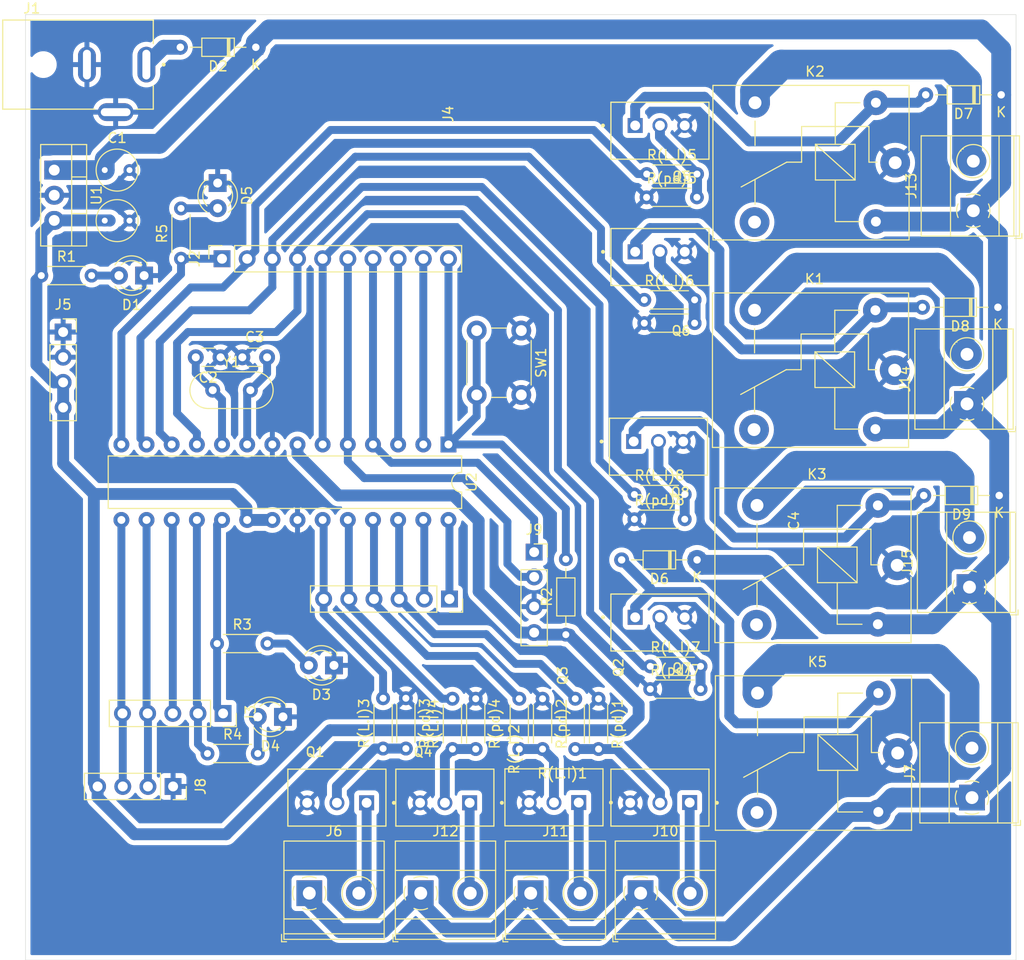
<source format=kicad_pcb>
(kicad_pcb (version 20240108) (generator "pcbnew") (generator_version "8.0")
  (layers (0 "F.Cu" signal) (31 "B.Cu" signal) (34 "B.Paste" user) (35 "F.Paste" user) (36 "B.SilkS" user "B.Silkscreen") (37 "F.SilkS" user "F.Silkscreen") (38 "B.Mask" user) (39 "F.Mask" user) (44 "Edge.Cuts" user))
  (net 0 "")
  (net 1 "GND")
  (net 2 "+12V")
  (net 3 "Net-(U2-XTAL2{slash}PB7)")
  (net 4 "Net-(U2-XTAL1{slash}PB6)")
  (net 5 "+5V")
  (net 6 "Net-(D1-A)")
  (net 7 "Net-(D2-A)")
  (net 8 "Net-(D3-A)")
  (net 9 "Net-(D4-A)")
  (net 10 "Net-(D5-A)")
  (net 11 "Net-(D6-A)")
  (net 12 "Net-(D7-A)")
  (net 13 "Net-(D8-A)")
  (net 14 "Net-(D9-A)")
  (net 15 "/1(TX)")
  (net 16 "/5~")
  (net 17 "/4")
  (net 18 "/0(RX)")
  (net 19 "/2")
  (net 20 "/6~")
  (net 21 "/3~")
  (net 22 "/7")
  (net 23 "/12")
  (net 24 "/10~")
  (net 25 "/8")
  (net 26 "/11~")
  (net 27 "/13")
  (net 28 "/9~")
  (net 29 "/A3")
  (net 30 "/A2")
  (net 31 "/A5")
  (net 32 "/A4")
  (net 33 "/A0")
  (net 34 "/A1")
  (net 35 "/Res")
  (net 36 "Net-(J6-Pin_2)")
  (net 37 "Net-(J7-Pin_2)")
  (net 38 "Net-(J10-Pin_2)")
  (net 39 "Net-(J11-Pin_2)")
  (net 40 "Net-(J12-Pin_2)")
  (net 41 "Net-(J13-Pin_2)")
  (net 42 "Net-(J14-Pin_2)")
  (net 43 "Net-(J15-Pin_2)")
  (net 44 "Net-(Q1-G)")
  (net 45 "Net-(Q2-G)")
  (net 46 "Net-(Q3-G)")
  (net 47 "Net-(Q4-G)")
  (net 48 "Net-(Q5-B)")
  (net 49 "Net-(Q6-B)")
  (net 50 "Net-(Q7-B)")
  (net 51 "Net-(Q8-B)")
  (footprint "TerminalBlock_Phoenix:TerminalBlock_Phoenix_MKDS-1,5-2_1x02_P5.00mm_Horizontal" (layer "F.Cu") (at 90.1 138.65)
    (property "Reference" "J12")
    (property "Value" "Screw_Terminal_01x02")
  )
  (footprint "Resistor_THT:R_Axial_DIN0204_L3.6mm_D1.6mm_P5.08mm_Horizontal" (layer "F.Cu") (at 93.3 124.1 90)
    (property "Reference" "R(L.I)4")
    (property "Value" "100")
  )
  (footprint "Diode_THT:D_DO-34_SOD68_P7.62mm_Horizontal" (layer "F.Cu") (at 148.37 79.5 180)
    (property "Reference" "D8")
    (property "Value" "D")
  )
  (footprint "Resistor_THT:R_Axial_DIN0204_L3.6mm_D1.6mm_P5.08mm_Horizontal" (layer "F.Cu") (at 113.27 115.75)
    (property "Reference" "R(L.I)7")
    (property "Value" "1k")
  )
  (footprint "Resistor_THT:R_Axial_DIN0204_L3.6mm_D1.6mm_P5.08mm_Horizontal" (layer "F.Cu") (at 88.6 118.97 -90)
    (property "Reference" "R(pd)3")
    (property "Value" "1k")
  )
  (footprint "TerminalBlock_Phoenix:TerminalBlock_Phoenix_MKDS-1,5-2_1x02_P5.00mm_Horizontal" (layer "F.Cu") (at 101.2 138.655)
    (property "Reference" "J11")
    (property "Value" "Screw_Terminal_01x02")
  )
  (footprint "LED_THT:LED_D3.0mm" (layer "F.Cu") (at 76.19 120.85 180)
    (property "Reference" "D4")
    (property "Value" "LED")
  )
  (footprint "Resistor_THT:R_Axial_DIN0204_L3.6mm_D1.6mm_P5.08mm_Horizontal" (layer "F.Cu") (at 95.65 119.02 -90)
    (property "Reference" "R(pd)4")
    (property "Value" "1k")
  )
  (footprint "TerminalBlock_Phoenix:TerminalBlock_Phoenix_MKDS-1,5-2_1x02_P5.00mm_Horizontal" (layer "F.Cu") (at 112.3 138.65)
    (property "Reference" "J10")
    (property "Value" "Screw_Terminal_01x02")
  )
  (footprint "Diode_THT:D_DO-34_SOD68_P7.62mm_Horizontal" (layer "F.Cu") (at 148.5 98.5 180)
    (property "Reference" "D9")
    (property "Value" "D")
  )
  (footprint "LED_THT:LED_D3.0mm" (layer "F.Cu") (at 81.34 115.65 180)
    (property "Reference" "D3")
    (property "Value" "LED")
  )
  (footprint "B3B-XH-A_LF__SN_:JST_B3B-XH-A_LF__SN_" (layer "F.Cu") (at 114.25 61.675 180)
    (property "Reference" "Q5")
    (property "Value" "NPN")
  )
  (footprint "Diode_THT:D_DO-34_SOD68_P7.62mm_Horizontal" (layer "F.Cu") (at 118 105 180)
    (property "Reference" "D6")
    (property "Value" "D" (hide yes))
  )
  (footprint "Connector_PinSocket_2.54mm:PinSocket_1x05_P2.54mm_Vertical" (layer "F.Cu") (at 70.15 120.5 -90)
    (property "Reference" "J3")
    (property "Value" "Conn_01x05_Socket")
  )
  (footprint "Resistor_THT:R_Axial_DIN0204_L3.6mm_D1.6mm_P5.08mm_Horizontal" (layer "F.Cu") (at 102.4 119.02 -90)
    (property "Reference" "R(pd)2")
    (property "Value" "1k")
  )
  (footprint "Relay_THT:Relay_SPDT_SANYOU_SRD_Series_Form_C" (layer "F.Cu") (at 138.25 124.5 180)
    (property "Reference" "K5")
    (property "Value" "SANYOU_SRD_Form_C")
  )
  (footprint "Resistor_THT:R_Axial_DIN0204_L3.6mm_D1.6mm_P5.08mm_Horizontal" (layer "F.Cu") (at 112.9 68.4)
    (property "Reference" "R(pd)5")
    (property "Value" "10 k")
  )
  (footprint "TerminalBlock_Phoenix:TerminalBlock_Phoenix_MKDS-1,5-2_1x02_P5.00mm_Horizontal" (layer "F.Cu") (at 145.885 69.75 90)
    (property "Reference" "J13")
    (property "Value" "Screw_Terminal_01x02")
  )
  (footprint "Resistor_THT:R_Axial_DIN0204_L3.6mm_D1.6mm_P5.08mm_Horizontal" (layer "F.Cu") (at 100.05 124.1 90)
    (property "Reference" "R(L.I)2")
    (property "Value" "100")
  )
  (footprint "B3B-XH-A_LF__SN_:JST_B3B-XH-A_LF__SN_" (layer "F.Cu") (at 114.25 111.325 180)
    (property "Reference" "Q7")
    (property "Value" "NPN")
  )
  (footprint "B3B-XH-A_LF__SN_:JST_B3B-XH-A_LF__SN_" (layer "F.Cu") (at 114.25 129)
    (property "Reference" "Q2")
    (property "Value" "NMOS")
  )
  (footprint "Relay_THT:Relay_SPDT_SANYOU_SRD_Series_Form_C" (layer "F.Cu") (at 137.95 85.85 180)
    (property "Reference" "K1")
    (property "Value" "SANYOU_SRD_Form_C")
  )
  (footprint "Crystal:Crystal_HC52-6mm_Vertical" (layer "F.Cu") (at 69.1 87.87)
    (property "Reference" "Y1")
    (property "Value" "Crystal")
  )
  (footprint "LED_THT:LED_D3.0mm" (layer "F.Cu") (at 69.6 66.96 -90)
    (property "Reference" "D5")
    (property "Value" "LED")
  )
  (footprint "Capacitor_THT:C_Disc_D3.0mm_W1.6mm_P2.50mm" (layer "F.Cu") (at 69.89 84.55 180)
    (property "Reference" "C2")
    (property "Value" "22 pf")
  )
  (footprint "Resistor_THT:R_Axial_DIN0204_L3.6mm_D1.6mm_P5.08mm_Horizontal" (layer "F.Cu") (at 69.54 113.45)
    (property "Reference" "R3")
    (property "Value" "250")
  )
  (footprint "Resistor_THT:R_Axial_DIN0204_L3.6mm_D1.6mm_P5.08mm_Horizontal" (layer "F.Cu") (at 86.3 124.05 90)
    (property "Reference" "R(L.I)3")
    (property "Value" "100")
  )
  (footprint "Resistor_THT:R_Axial_DIN0204_L3.6mm_D1.6mm_P5.08mm_Horizontal" (layer "F.Cu") (at 112.67 78.75)
    (property "Reference" "R(L.I)6")
    (property "Value" "1k")
  )
  (footprint "TerminalBlock_Phoenix:TerminalBlock_Phoenix_MKDS-1,5-2_1x02_P5.00mm_Horizontal" (layer "F.Cu") (at 145.25 89.25 90)
    (property "Reference" "J14")
    (property "Value" "Screw_Terminal_01x02" (hide yes))
  )
  (footprint "PJ-059A:CUI_PJ-059A" (layer "F.Cu") (at 62.4 55)
    (property "Reference" "J1")
    (property "Value" "PJ-059A")
  )
  (footprint "TerminalBlock_Phoenix:TerminalBlock_Phoenix_MKDS-1,5-2_1x02_P5.00mm_Horizontal" (layer "F.Cu") (at 78.85 138.65)
    (property "Reference" "J6")
    (property "Value" "Screw_Terminal_01x02" (hide yes))
  )
  (footprint "B3B-XH-A_LF__SN_:JST_B3B-XH-A_LF__SN_" (layer "F.Cu") (at 92.5375 129)
    (property "Reference" "Q4")
    (property "Value" "NMOS")
  )
  (footprint "Resistor_THT:R_Axial_DIN0204_L3.6mm_D1.6mm_P5.08mm_Horizontal" (layer "F.Cu") (at 113.27 118.05)
    (property "Reference" "R(pd)7")
    (property "Value" "10 k")
  )
  (footprint "TerminalBlock_Phoenix:TerminalBlock_Phoenix_MKDS-1,5-2_1x02_P5.00mm_Horizontal" (layer "F.Cu") (at 145.75 129 90)
    (property "Reference" "J7")
    (property "Value" "Screw_Terminal_01x02")
  )
  (footprint "Capacitor_THT:C_Radial_D4.0mm_H5.0mm_P1.50mm" (layer "F.Cu") (at 58.7 70.75)
    (property "Reference" "C4")
    (property "Value" "10 uf")
  )
  (footprint "Connector_PinSocket_2.54mm:PinSocket_1x10_P2.54mm_Vertical" (layer "F.Cu") (at 70.04 74.6 90)
    (property "Reference" "J2")
    (property "Value" "Conn_01x10_Socket")
  )
  (footprint "Resistor_THT:R_Axial_DIN0204_L3.6mm_D1.6mm_P5.08mm_Horizontal" (layer "F.Cu") (at 68.57 124.55)
    (property "Reference" "R4")
    (property "Value" "250")
  )
  (footprint "Resistor_THT:R_Axial_DIN0204_L3.6mm_D1.6mm_P5.08mm_Horizontal" (layer "F.Cu") (at 112.67 81.1)
    (property "Reference" "R(pd)6" (hide yes))
    (property "Value" "10 k")
  )
  (footprint "Relay_THT:Relay_SPDT_SANYOU_SRD_Series_Form_C" (layer "F.Cu") (at 138 64.9 180)
    (property "Reference" "K2")
    (property "Value" "SANYOU_SRD_Form_C")
  )
  (footprint "TerminalBlock_Phoenix:TerminalBlock_Phoenix_MKDS-1,5-2_1x02_P5.00mm_Horizontal" (layer "F.Cu") (at 145.5 107.75 90)
    (property "Reference" "J15")
    (property "Value" "Screw_Terminal_01x02")
  )
  (footprint "Connector_PinSocket_2.54mm:PinSocket_1x04_P2.54mm_Vertical" (layer "F.Cu") (at 101.55 104.72)
    (property "Reference" "J9")
    (property "Value" "Conn_01x04_Socket")
  )
  (footprint "Resistor_THT:R_Axial_DIN0204_L3.6mm_D1.6mm_P7.62mm_Horizontal" (layer "F.Cu") (at 104.75 112.55 90)
    (property "Reference" "R2")
    (property "Value" "10k")
  )
  (footprint "B3B-XH-A_LF__SN_:JST_B3B-XH-A_LF__SN_" (layer "F.Cu") (at 114.1 93.575 180)
    (property "Reference" "Q8")
    (property "Value" "NPN")
  )
  (footprint "Package_TO_SOT_THT:TO-220-3_Vertical" (layer "F.Cu") (at 53.1 65.65 -90)
    (property "Reference" "U1")
    (property "Value" "L7805")
  )
  (footprint "Connector_PinSocket_2.54mm:PinSocket_1x04_P2.54mm_Vertical" (layer "F.Cu") (at 54 82)
    (property "Reference" "J5")
    (property "Value" "Conn_01x04_Socket" (hide yes))
  )
  (footprint "Resistor_THT:R_Axial_DIN0204_L3.6mm_D1.6mm_P5.08mm_Horizontal" (layer "F.Cu") (at 51.795 76.3)
    (property "Reference" "R1")
    (property "Value" "250")
  )
  (footprint "Resistor_THT:R_Axial_DIN0204_L3.6mm_D1.6mm_P5.08mm_Horizontal" (layer "F.Cu") (at 65.9 74.6 90)
    (property "Reference" "R5")
    (property "Value" "250")
  )
  (footprint "Resistor_THT:R_Axial_DIN0204_L3.6mm_D1.6mm_P5.08mm_Horizontal" (layer "F.Cu") (at 111.67 100.9)
    (property "Reference" "R(pd)8")
    (property "Value" "10 k")
  )
  (footprint "Capacitor_THT:C_Radial_D4.0mm_H5.0mm_P1.50mm" (layer "F.Cu") (at 58.7 65.65)
    (property "Reference" "C1")
    (property "Value" "10 uf")
  )
  (footprint "Resistor_THT:R_Axial_DIN0204_L3.6mm_D1.6mm_P5.08mm_Horizontal" (layer "F.Cu") (at 112.915 66.05)
    (property "Reference" "R(L.I)5")
    (property "Value" "1k")
  )
  (footprint "Resistor_THT:R_Axial_DIN0204_L3.6mm_D1.6mm_P5.08mm_Horizontal" (layer "F.Cu") (at 105.7 124.1 90)
    (property "Reference" "R(L.I)1")
    (property "Value" "100")
  )
  (footprint "B3B-XH-A_LF__SN_:JST_B3B-XH-A_LF__SN_" (layer "F.Cu") (at 81.6375 129)
    (property "Reference" "Q1")
    (property "Value" "NMOS")
  )
  (footprint "Diode_THT:D_DO-34_SOD68_P7.62mm_Horizontal" (layer "F.Cu") (at 73.45 53.25 180)
    (property "Reference" "D2")
    (property "Value" "D")
  )
  (footprint "Connector_PinSocket_2.54mm:PinSocket_1x06_P2.54mm_Vertical" (layer "F.Cu") (at 93 108.95 -90)
    (property "Reference" "J4")
    (property "Value" "Conn_01x06_Socket")
  )
  (footprint "Diode_THT:D_DO-34_SOD68_P7.62mm_Horizontal" (layer "F.Cu") (at 148.7 58.05 180)
    (property "Reference" "D7")
    (property "Value" "D")
  )
  (footprint "B3B-XH-A_LF__SN_:JST_B3B-XH-A_LF__SN_" (layer "F.Cu") (at 114.25 74.425 180)
    (property "Reference" "Q6")
    (property "Value" "NPN" (hide yes))
  )
  (footprint "Button_Switch_THT:SW_PUSH_6mm" (layer "F.Cu") (at 100.25 81.85 -90)
    (property "Reference" "SW1")
    (property "Value" "SW_Push")
  )
  (footprint "Relay_THT:Relay_SPDT_SANYOU_SRD_Series_Form_C" (layer "F.Cu") (at 138.2 105.55 180)
    (property "Reference" "K3")
    (property "Value" "SANYOU_SRD_Form_C")
  )
  (footprint "Package_DIP:DIP-28_W7.62mm" (layer "F.Cu") (at 92.9 93.35 -90)
    (property "Reference" "U2")
    (property "Value" "ATmega328P-P")
  )
  (footprint "Connector_PinSocket_2.54mm:PinSocket_1x04_P2.54mm_Vertical" (layer "F.Cu") (at 65.1 127.875 -90)
    (property "Reference" "J8")
    (property "Value" "Conn_01x04_Socket")
  )
  (footprint "Resistor_THT:R_Axial_DIN0204_L3.6mm_D1.6mm_P5.08mm_Horizontal" (layer "F.Cu") (at 108.05 119.02 -90)
    (property "Reference" "R(pd)1")
    (property "Value" "1k")
  )
  (footprint "B3B-XH-A_LF__SN_:JST_B3B-XH-A_LF__SN_" (layer "F.Cu") (at 103.55 128.975)
    (property "Reference" "Q3")
    (property "Value" "NMOS")
  )
  (footprint "Capacitor_THT:C_Disc_D3.0mm_W1.6mm_P2.50mm" (layer "F.Cu") (at 72.09 84.55)
    (property "Reference" "C3")
    (property "Value" "22 pf")
  )
  (footprint "Resistor_THT:R_Axial_DIN0204_L3.6mm_D1.6mm_P5.08mm_Horizontal" (layer "F.Cu") (at 111.67 98.4)
    (property "Reference" "R(L.I)8")
    (property "Value" "1k")
  )
  (footprint "LED_THT:LED_D3.0mm" (layer "F.Cu") (at 62.175 76.3 180)
    (property "Reference" "D1")
    (property "Value" "LED")
  )
  (gr_rect (start 50.2 49.95) (end 150.2 145.4) (stroke (width 0.05)) (fill none) (layer "Edge.Cuts"))
  (segment (start 145.885 69.75) (end 148.7 66.935) (width 2) (layer "B.Cu") (net 2))
  (segment (start 148.7 110.95) (end 148.7 126.05) (width 2) (layer "B.Cu") (net 2))
  (segment (start 90.1 139.6375) (end 90.1 138.65) (width 1.5) (layer "B.Cu") (net 2))
  (segment (start 74.8 51.45) (end 73.45 52.8) (width 2) (layer "B.Cu") (net 2))
  (segment (start 101.2 138.655) (end 101.2 138.6625) (width 1.5) (layer "B.Cu") (net 2))
  (segment (start 58.2 64.55) (end 59.75 63) (width 2) (layer "B.Cu") (net 2))
  (segment (start 63.7 63) (end 73.45 53.25) (width 2) (layer "B.Cu") (net 2))
  (segment (start 97.4875 142.375) (end 92.8375 142.375) (width 1.5) (layer "B.Cu") (net 2))
  (segment (start 148.37 79.5) (end 148.37 72.235) (width 2) (layer "B.Cu") (net 2))
  (segment (start 92.8375 142.375) (end 90.1 139.6375) (width 1.5) (layer "B.Cu") (net 2))
  (segment (start 148.37 79.5) (end 148.37 86.13) (width 2) (layer "B.Cu") (net 2))
  (segment (start 104.6875 142.725) (end 101.2 139.2375) (width 1.5) (layer "B.Cu") (net 2))
  (segment (start 137.75 129) (end 136.3 130.45) (width 2) (layer "B.Cu") (net 2))
  (segment (start 148.5 104.75) (end 145.5 107.75) (width 2) (layer "B.Cu") (net 2))
  (segment (start 78.85 139.3375) (end 78.85 138.65) (width 1.5) (layer "B.Cu") (net 2))
  (segment (start 58.2 65.65) (end 53.1 65.65) (width 2) (layer "B.Cu") (net 2))
  (segment (start 101.2 139.2375) (end 101.2 138.655) (width 1.5) (layer "B.Cu") (net 2))
  (segment (start 148.7 53.45) (end 146.7 51.45) (width 2) (layer "B.Cu") (net 2))
  (segment (start 136.25 111.5) (end 141.75 111.5) (width 2) (layer "B.Cu") (net 2))
  (segment (start 133.3 130.45) (end 121.25 142.5) (width 2) (layer "B.Cu") (net 2))
  (segment (start 90.0625 138.65) (end 86.2875 142.425) (width 1.5) (layer "B.Cu") (net 2))
  (segment (start 58.2 65.65) (end 58.2 64.55) (width 2) (layer "B.Cu") (net 2))
  (segment (start 148.5 98.25) (end 148.5 104.75) (width 2) (layer "B.Cu") (net 2))
  (segment (start 148.7 58.05) (end 148.7 53.45) (width 2) (layer "B.Cu") (net 2))
  (segment (start 101.2 138.6625) (end 97.4875 142.375) (width 1.5) (layer "B.Cu") (net 2))
  (segment (start 136 91.8) (end 142.7 91.8) (width 2) (layer "B.Cu") (net 2))
  (segment (start 148.7 66.935) (end 148.7 58.05) (width 2) (layer "B.Cu") (net 2))
  (segment (start 112.1125 138.65) (end 108.0375 142.725) (width 1.5) (layer "B.Cu") (net 2))
  (segment (start 59.75 63) (end 63.7 63) (width 2) (layer "B.Cu") (net 2))
  (segment (start 86.2875 142.425) (end 81.9375 142.425) (width 1.5) (layer "B.Cu") (net 2))
  (segment (start 136.25 111.5) (end 131 111.5) (width 2) (layer "B.Cu") (net 2))
  (segment (start 146.7 51.45) (end 74.8 51.45) (width 2) (layer "B.Cu") (net 2))
  (segment (start 90.1 138.65) (end 90.0625 138.65) (width 1.5) (layer "B.Cu") (net 2))
  (segment (start 148.37 86.13) (end 145.25 89.25) (width 2) (layer "B.Cu") (net 2))
  (segment (start 148.5 98.25) (end 148.5 92.5) (width 2) (layer "B.Cu") (net 2))
  (segment (start 116.15 142.5) (end 112.3 138.65) (width 2) (layer "B.Cu") (net 2))
  (segment (start 112.3 138.65) (end 112.1125 138.65) (width 1.5) (layer "B.Cu") (net 2))
  (segment (start 142.7 91.8) (end 145.25 89.25) (width 2) (layer "B.Cu") (net 2))
  (segment (start 136.3 130.45) (end 133.3 130.45) (width 2) (layer "B.Cu") (net 2))
  (segment (start 144.785 70.85) (end 145.885 69.75) (width 2) (layer "B.Cu") (net 2))
  (segment (start 145.75 129) (end 137.75 129) (width 2) (layer "B.Cu") (net 2))
  (segment (start 125 105.5) (end 118.5 105.5) (width 2) (layer "B.Cu") (net 2))
  (segment (start 145.5 107.75) (end 148.7 110.95) (width 2) (layer "B.Cu") (net 2))
  (segment (start 118.5 105.5) (end 118 105) (width 2) (layer "B.Cu") (net 2))
  (segment (start 81.9375 142.425) (end 78.85 139.3375) (width 1.5) (layer "B.Cu") (net 2))
  (segment (start 136.05 70.85) (end 144.785 70.85) (width 2) (layer "B.Cu") (net 2))
  (segment (start 148.7 126.05) (end 145.75 129) (width 2) (layer "B.Cu") (net 2))
  (segment (start 148.37 72.235) (end 145.885 69.75) (width 2) (layer "B.Cu") (net 2))
  (segment (start 108.0375 142.725) (end 104.6875 142.725) (width 1.5) (layer "B.Cu") (net 2))
  (segment (start 121.25 142.5) (end 116.15 142.5) (width 2) (layer "B.Cu") (net 2))
  (segment (start 131 111.5) (end 125 105.5) (width 2) (layer "B.Cu") (net 2))
  (segment (start 141.75 111.5) (end 145.5 107.75) (width 2) (layer "B.Cu") (net 2))
  (segment (start 73.45 52.8) (end 73.45 53.25) (width 2) (layer "B.Cu") (net 2))
  (segment (start 148.5 92.5) (end 145.25 89.25) (width 2) (layer "B.Cu") (net 2))
  (segment (start 70.04 93.35) (end 70.04 88.81) (width 0.8) (layer "B.Cu") (net 3))
  (segment (start 70.04 88.81) (end 69.1 87.87) (width 0.8) (layer "B.Cu") (net 3))
  (segment (start 67.39 84.55) (end 67.39 86.16) (width 0.8) (layer "B.Cu") (net 3))
  (segment (start 67.39 86.16) (end 69.1 87.87) (width 0.8) (layer "B.Cu") (net 3))
  (segment (start 74.59 86.18) (end 72.9 87.87) (width 0.8) (layer "B.Cu") (net 4))
  (segment (start 74.59 84.55) (end 74.59 86.18) (width 0.8) (layer "B.Cu") (net 4))
  (segment (start 72.58 93.35) (end 72.58 88.19) (width 0.8) (layer "B.Cu") (net 4))
  (segment (start 72.58 88.19) (end 72.9 87.87) (width 0.8) (layer "B.Cu") (net 4))
  (segment (start 51.3 76.795) (end 51.795 76.3) (width 1.2) (layer "B.Cu") (net 5))
  (segment (start 95.95 108.2) (end 100.09 112.34) (width 1.2) (layer "B.Cu") (net 5))
  (segment (start 54 95.25) (end 54 89.62) (width 1.2) (layer "B.Cu") (net 5))
  (segment (start 104.75 112.55) (end 105.05 112.55) (width 1.2) (layer "B.Cu") (net 5))
  (segment (start 101.76 112.55) (end 101.55 112.34) (width 1.2) (layer "B.Cu") (net 5))
  (segment (start 112.1 119.6) (end 112.1 120.85) (width 1.2) (layer "B.Cu") (net 5))
  (segment (start 77.66 93.35) (end 77.66 94.36) (width 1.2) (layer "B.Cu") (net 5))
  (segment (start 105.05 112.55) (end 112.1 119.6) (width 1.2) (layer "B.Cu") (net 5))
  (segment (start 57.48 127.875) (end 57.1 127.495) (width 1.2) (layer "B.Cu") (net 5))
  (segment (start 53.08 87.08) (end 51.3 85.3) (width 1.2) (layer "B.Cu") (net 5))
  (segment (start 104.75 112.55) (end 101.76 112.55) (width 1.2) (layer "B.Cu") (net 5))
  (segment (start 81.8 98.5) (end 93.4 98.5) (width 1.2) (layer "B.Cu") (net 5))
  (segment (start 72.5 100.89) (end 72.5 99.75) (width 1.2) (layer "B.Cu") (net 5))
  (segment (start 57.1 98.35) (end 54 95.25) (width 1.2) (layer "B.Cu") (net 5))
  (segment (start 51.795 76.3) (end 51.795 72.035) (width 1.2) (layer "B.Cu") (net 5))
  (segment (start 51.3 85.3) (end 51.3 76.795) (width 1.2) (layer "B.Cu") (net 5))
  (segment (start 58.68 70.73) (end 58.7 70.75) (width 1.2) (layer "B.Cu") (net 5))
  (segment (start 72.5 99.75) (end 71.1 98.35) (width 1.2) (layer "B.Cu") (net 5))
  (segment (start 80.95 122.2) (end 70.45 132.7) (width 1.2) (layer "B.Cu") (net 5))
  (segment (start 57.48 128.98) (end 57.48 127.875) (width 1.2) (layer "B.Cu") (net 5))
  (segment (start 112.1 120.85) (end 110.75 122.2) (width 1.2) (layer "B.Cu") (net 5))
  (segment (start 61.2 132.7) (end 57.48 128.98) (width 1.2) (layer "B.Cu") (net 5))
  (segment (start 93.4 98.5) (end 95.95 101.05) (width 1.2) (layer "B.Cu") (net 5))
  (segment (start 54 87.08) (end 53.08 87.08) (width 1.2) (layer "B.Cu") (net 5))
  (segment (start 95.95 101.05) (end 95.95 108.2) (width 1.2) (layer "B.Cu") (net 5))
  (segment (start 104.75 112.55) (end 105.15 112.55) (width 1.2) (layer "B.Cu") (net 5))
  (segment (start 51.795 72.035) (end 53.1 70.73) (width 1.2) (layer "B.Cu") (net 5))
  (segment (start 71.1 98.35) (end 57.1 98.35) (width 1.2) (layer "B.Cu") (net 5))
  (segment (start 54 89.62) (end 54 87.08) (width 1.2) (layer "B.Cu") (net 5))
  (segment (start 70.45 132.7) (end 61.2 132.7) (width 1.2) (layer "B.Cu") (net 5))
  (segment (start 100.09 112.34) (end 101.55 112.34) (width 1.2) (layer "B.Cu") (net 5))
  (segment (start 110.75 122.2) (end 80.95 122.2) (width 1.2) (layer "B.Cu") (net 5))
  (segment (start 77.66 94.36) (end 81.8 98.5) (width 1.2) (layer "B.Cu") (net 5))
  (segment (start 75.12 100.97) (end 72.58 100.97) (width 1.2) (layer "B.Cu") (net 5))
  (segment (start 53.1 70.73) (end 58.68 70.73) (width 1.2) (layer "B.Cu") (net 5))
  (segment (start 57.1 127.495) (end 57.1 98.35) (width 1.2) (layer "B.Cu") (net 5))
  (segment (start 72.58 100.97) (end 72.5 100.89) (width 1.2) (layer "B.Cu") (net 5))
  (segment (start 56.875 76.3) (end 59.635 76.3) (width 0.8) (layer "B.Cu") (net 6))
  (segment (start 65.83 53.25) (end 64.15 53.25) (width 1.5) (layer "B.Cu") (net 7))
  (segment (start 64.15 53.25) (end 62.4 55) (width 1.5) (layer "B.Cu") (net 7))
  (segment (start 74.62 113.45) (end 76.6 113.45) (width 0.8) (layer "B.Cu") (net 8))
  (segment (start 76.6 113.45) (end 78.8 115.65) (width 0.8) (layer "B.Cu") (net 8))
  (segment (start 73.65 120.85) (end 73.65 124.55) (width 0.8) (layer "B.Cu") (net 9))
  (segment (start 69.6 69.5) (end 65.92 69.5) (width 0.8) (layer "B.Cu") (net 10))
  (segment (start 65.92 69.5) (end 65.9 69.52) (width 0.8) (layer "B.Cu") (net 10))
  (segment (start 133.25 121.5) (end 136.3 118.45) (width 1) (layer "B.Cu") (net 11))
  (segment (start 113.25 108.25) (end 118.25 108.25) (width 1) (layer "B.Cu") (net 11))
  (segment (start 111.75 110.8) (end 111.75 109.75) (width 1) (layer "B.Cu") (net 11))
  (segment (start 111.75 109.75) (end 113.25 108.25) (width 1) (layer "B.Cu") (net 11))
  (segment (start 121.25 120.75) (end 122 121.5) (width 1) (layer "B.Cu") (net 11))
  (segment (start 113.25 108.25) (end 113.25 107.87) (width 1) (layer "B.Cu") (net 11))
  (segment (start 122 121.5) (end 133.25 121.5) (width 1) (layer "B.Cu") (net 11))
  (segment (start 121.25 111.25) (end 121.25 120.75) (width 1) (layer "B.Cu") (net 11))
  (segment (start 113.25 107.87) (end 110.38 105) (width 1) (layer "B.Cu") (net 11))
  (segment (start 118.25 108.25) (end 121.25 111.25) (width 1) (layer "B.Cu") (net 11))
  (segment (start 112.75 58.25) (end 111.75 59.25) (width 1) (layer "B.Cu") (net 12))
  (segment (start 136.05 58.95) (end 132.25 62.75) (width 1) (layer "B.Cu") (net 12))
  (segment (start 118.75 58.25) (end 112.75 58.25) (width 1) (layer "B.Cu") (net 12))
  (segment (start 132.25 62.75) (end 123.25 62.75) (width 1) (layer "B.Cu") (net 12))
  (segment (start 136.05 58.85) (end 140.28 58.85) (width 1) (layer "B.Cu") (net 12))
  (segment (start 123.25 62.75) (end 118.75 58.25) (width 1) (layer "B.Cu") (net 12))
  (segment (start 140.28 58.85) (end 141.08 58.05) (width 1) (layer "B.Cu") (net 12))
  (segment (start 136.05 58.85) (end 136.05 58.95) (width 1) (layer "B.Cu") (net 12))
  (segment (start 111.75 59.25) (end 111.75 61.15) (width 1) (layer "B.Cu") (net 12))
  (segment (start 120.25 73.75) (end 120.25 81.5) (width 1) (layer "B.Cu") (net 13))
  (segment (start 120.25 81.5) (end 122.5 83.75) (width 1) (layer "B.Cu") (net 13))
  (segment (start 118 71.5) (end 120.25 73.75) (width 1) (layer "B.Cu") (net 13))
  (segment (start 132.05 83.75) (end 136 79.8) (width 1) (layer "B.Cu") (net 13))
  (segment (start 136.3 79.5) (end 136 79.8) (width 1) (layer "B.Cu") (net 13))
  (segment (start 140.75 79.5) (end 136.3 79.5) (width 1) (layer "B.Cu") (net 13))
  (segment (start 111.75 73) (end 113.25 71.5) (width 1) (layer "B.Cu") (net 13))
  (segment (start 111.75 73.9) (end 111.75 73) (width 1) (layer "B.Cu") (net 13))
  (segment (start 113.25 71.5) (end 118 71.5) (width 1) (layer "B.Cu") (net 13))
  (segment (start 122.5 83.75) (end 132.05 83.75) (width 1) (layer "B.Cu") (net 13))
  (segment (start 121.75 102.75) (end 119.75 100.75) (width 1) (layer "B.Cu") (net 14))
  (segment (start 112.5 91) (end 111.6 91.9) (width 1) (layer "B.Cu") (net 14))
  (segment (start 136.25 99.5) (end 133 102.75) (width 1) (layer "B.Cu") (net 14))
  (segment (start 136.25 99.5) (end 139.88 99.5) (width 1) (layer "B.Cu") (net 14))
  (segment (start 111.6 91.9) (end 111.6 93.05) (width 1) (layer "B.Cu") (net 14))
  (segment (start 119.75 100.75) (end 119.75 92.5) (width 1) (layer "B.Cu") (net 14))
  (segment (start 118.25 91) (end 112.5 91) (width 1) (layer "B.Cu") (net 14))
  (segment (start 119.75 92.5) (end 118.25 91) (width 1) (layer "B.Cu") (net 14))
  (segment (start 133 102.75) (end 121.75 102.75) (width 1) (layer "B.Cu") (net 14))
  (segment (start 139.88 99.5) (end 140.88 98.5) (width 1) (layer "B.Cu") (net 14))
  (segment (start 87.82 74.6) (end 87.82 93.35) (width 0.8) (layer "B.Cu") (net 15))
  (segment (start 84.15 67.35) (end 77.66 73.84) (width 0.8) (layer "B.Cu") (net 16))
  (segment (start 108.15 94.95) (end 108.15 79.25) (width 0.8) (layer "B.Cu") (net 16))
  (segment (start 75.5 82) (end 77.66 79.84) (width 0.8) (layer "B.Cu") (net 16))
  (segment (start 108.15 79.25) (end 96.25 67.35) (width 0.8) (layer "B.Cu") (net 16))
  (segment (start 96.25 67.35) (end 84.15 67.35) (width 0.8) (layer "B.Cu") (net 16))
  (segment (start 65.5 90.2) (end 65.5 83.1) (width 0.8) (layer "B.Cu") (net 16))
  (segment (start 66.6 82) (end 75.5 82) (width 0.8) (layer "B.Cu") (net 16))
  (segment (start 77.66 79.84) (end 77.66 74.6) (width 0.8) (layer "B.Cu") (net 16))
  (segment (start 65.5 83.1) (end 66.6 82) (width 0.8) (layer "B.Cu") (net 16))
  (segment (start 67.5 93.35) (end 67.5 92.2) (width 0.8) (layer "B.Cu") (net 16))
  (segment (start 67.5 92.2) (end 65.5 90.2) (width 0.8) (layer "B.Cu") (net 16))
  (segment (start 77.66 73.84) (end 77.66 74.6) (width 0.8) (layer "B.Cu") (net 16))
  (segment (start 111.6 98.4) (end 108.15 94.95) (width 0.8) (layer "B.Cu") (net 16))
  (segment (start 80.2 74.6) (end 80.2 93.35) (width 0.8) (layer "B.Cu") (net 17))
  (segment (start 107.2 110.35) (end 107.2 99.1) (width 0.8) (layer "B.Cu") (net 17))
  (segment (start 94.25 70.1) (end 84.7 70.1) (width 0.8) (layer "B.Cu") (net 17))
  (segment (start 107.2 99.1) (end 103.95 95.85) (width 0.8) (layer "B.Cu") (net 17))
  (segment (start 84.7 70.1) (end 80.2 74.6) (width 0.8) (layer "B.Cu") (net 17))
  (segment (start 112.6 115.75) (end 107.2 110.35) (width 0.8) (layer "B.Cu") (net 17))
  (segment (start 103.95 95.85) (end 103.95 79.8) (width 0.8) (layer "B.Cu") (net 17))
  (segment (start 103.95 79.8) (end 94.25 70.1) (width 0.8) (layer "B.Cu") (net 17))
  (segment (start 113.27 115.75) (end 112.6 115.75) (width 0.8) (layer "B.Cu") (net 17))
  (segment (start 90.36 93.35) (end 90.36 74.6) (width 0.8) (layer "B.Cu") (net 18))
  (segment (start 101.55 104.22) (end 101.55 100.9) (width 0.8) (layer "B.Cu") (net 19))
  (segment (start 101.55 100.9) (end 95.85 95.2) (width 0.8) (layer "B.Cu") (net 19))
  (segment (start 85.28 93.35) (end 85.28 74.6) (width 0.8) (layer "B.Cu") (net 19))
  (segment (start 95.85 95.2) (end 87.13 95.2) (width 0.8) (layer "B.Cu") (net 19))
  (segment (start 87.13 95.2) (end 85.28 93.35) (width 0.8) (layer "B.Cu") (net 19))
  (segment (start 75.12 72.68) (end 83.5 64.3) (width 0.8) (layer "B.Cu") (net 20))
  (segment (start 108.3 74.8) (end 112.25 78.75) (width 0.8) (layer "B.Cu") (net 20))
  (segment (start 83.5 64.3) (end 101 64.3) (width 0.8) (layer "B.Cu") (net 20))
  (segment (start 112.25 78.75) (end 112.67 78.75) (width 0.8) (layer "B.Cu") (net 20))
  (segment (start 75.12 74.6) (end 75.12 72.68) (width 0.8) (layer "B.Cu") (net 20))
  (segment (start 108.3 71.6) (end 108.3 74.8) (width 0.8) (layer "B.Cu") (net 20))
  (segment (start 63.75 92.14) (end 64.96 93.35) (width 0.8) (layer "B.Cu") (net 20))
  (segment (start 75.12 77.48) (end 72.8 79.8) (width 0.8) (layer "B.Cu") (net 20))
  (segment (start 72.8 79.8) (end 66.95 79.8) (width 0.8) (layer "B.Cu") (net 20))
  (segment (start 63.75 83) (end 63.75 92.14) (width 0.8) (layer "B.Cu") (net 20))
  (segment (start 75.12 74.6) (end 75.12 77.48) (width 0.8) (layer "B.Cu") (net 20))
  (segment (start 66.95 79.8) (end 63.75 83) (width 0.8) (layer "B.Cu") (net 20))
  (segment (start 101 64.3) (end 108.3 71.6) (width 0.8) (layer "B.Cu") (net 20))
  (segment (start 98.85 101.15) (end 98.85 105.4) (width 0.8) (layer "B.Cu") (net 21))
  (segment (start 94.45 96.75) (end 98.85 101.15) (width 0.8) (layer "B.Cu") (net 21))
  (segment (start 98.85 105.4) (end 100.17 106.72) (width 0.8) (layer "B.Cu") (net 21))
  (segment (start 100.17 106.72) (end 101.55 106.72) (width 0.8) (layer "B.Cu") (net 21))
  (segment (start 84.4 96.75) (end 94.45 96.75) (width 0.8) (layer "B.Cu") (net 21))
  (segment (start 82.74 95.09) (end 84.4 96.75) (width 0.8) (layer "B.Cu") (net 21))
  (segment (start 82.74 93.35) (end 82.74 95.09) (width 0.8) (layer "B.Cu") (net 21))
  (segment (start 82.74 74.6) (end 82.74 93.35) (width 0.8) (layer "B.Cu") (net 21))
  (segment (start 61.8 82.6) (end 61.8 92.73) (width 0.8) (layer "B.Cu") (net 22))
  (segment (start 72.58 75.06) (end 70.14 77.5) (width 0.8) (layer "B.Cu") (net 22))
  (segment (start 66.9 77.5) (end 61.8 82.6) (width 0.8) (layer "B.Cu") (net 22))
  (segment (start 112.915 66.05) (end 112 66.05) (width 0.8) (layer "B.Cu") (net 22))
  (segment (start 81 61.6) (end 73.4 69.2) (width 0.8) (layer "B.Cu") (net 22))
  (segment (start 61.8 92.73) (end 62.42 93.35) (width 0.8) (layer "B.Cu") (net 22))
  (segment (start 73.4 69.2) (end 73.4 73.78) (width 0.8) (layer "B.Cu") (net 22))
  (segment (start 107.55 61.6) (end 81 61.6) (width 0.8) (layer "B.Cu") (net 22))
  (segment (start 112 66.05) (end 107.55 61.6) (width 0.8) (layer "B.Cu") (net 22))
  (segment (start 72.58 74.6) (end 72.58 75.06) (width 0.8) (layer "B.Cu") (net 22))
  (segment (start 73.4 73.78) (end 72.58 74.6) (width 0.8) (layer "B.Cu") (net 22))
  (segment (start 70.14 77.5) (end 66.9 77.5) (width 0.8) (layer "B.Cu") (net 22))
  (segment (start 67.5 119.5) (end 67.5 100.97) (width 0.8) (layer "B.Cu") (net 23))
  (segment (start 68.57 124.55) (end 67.61 123.59) (width 0.8) (layer "B.Cu") (net 23))
  (segment (start 67.61 120.5) (end 67.61 119.61) (width 0.8) (layer "B.Cu") (net 23))
  (segment (start 67.61 123.59) (end 67.61 120.5) (width 0.8) (layer "B.Cu") (net 23))
  (segment (start 67.61 119.61) (end 67.5 119.5) (width 0.8) (layer "B.Cu") (net 23))
  (segment (start 62.56 127.875) (end 62.56 120.53) (width 0.8) (layer "B.Cu") (net 24))
  (segment (start 62.42 120.39) (end 62.53 120.5) (width 0.8) (layer "B.Cu") (net 24))
  (segment (start 62.56 120.53) (end 62.53 120.5) (width 0.8) (layer "B.Cu") (net 24))
  (segment (start 62.42 100.97) (end 62.42 120.39) (width 0.8) (layer "B.Cu") (net 24))
  (segment (start 65.9 76.15) (end 65.9 74.6) (width 0.8) (layer "B.Cu") (net 25))
  (segment (start 59.88 93.35) (end 59.88 82.17) (width 0.8) (layer "B.Cu") (net 25))
  (segment (start 65.9 74.6) (end 70.04 74.6) (width 0.8) (layer "B.Cu") (net 25))
  (segment (start 59.88 82.17) (end 65.9 76.15) (width 0.8) (layer "B.Cu") (net 25))
  (segment (start 65.07 120.5) (end 65.07 101.08) (width 0.8) (layer "B.Cu") (net 26))
  (segment (start 65.07 101.08) (end 64.96 100.97) (width 0.8) (layer "B.Cu") (net 26))
  (segment (start 70.15 120.5) (end 69.54 119.89) (width 0.8) (layer "B.Cu") (net 27))
  (segment (start 69.54 101.47) (end 70.04 100.97) (width 0.8) (layer "B.Cu") (net 27))
  (segment (start 69.54 119.89) (end 69.54 101.47) (width 0.8) (layer "B.Cu") (net 27))
  (segment (start 59.88 100.97) (end 59.88 120.39) (width 0.8) (layer "B.Cu") (net 28))
  (segment (start 60.02 120.62) (end 60.02 127.875) (width 0.8) (layer "B.Cu") (net 28))
  (segment (start 59.88 120.39) (end 59.99 120.5) (width 0.8) (layer "B.Cu") (net 28))
  (segment (start 59.99 120.5) (end 59.99 120.59) (width 0.8) (layer "B.Cu") (net 28))
  (segment (start 59.99 120.59) (end 60.02 120.62) (width 0.8) (layer "B.Cu") (net 28))
  (segment (start 87.92 108.95) (end 87.92 101.07) (width 0.8) (layer "B.Cu") (net 29))
  (segment (start 99.7 115.5) (end 96.7 112.5) (width 0.8) (layer "B.Cu") (net 29))
  (segment (start 105.7 119.02) (end 102.18 115.5) (width 0.8) (layer "B.Cu") (net 29))
  (segment (start 96.7 112.5) (end 91.5 112.5) (width 0.8) (layer "B.Cu") (net 29))
  (segment (start 91.5 112.5) (end 87.95 108.95) (width 0.8) (layer "B.Cu") (net 29))
  (segment (start 102.18 115.5) (end 99.7 115.5) (width 0.8) (layer "B.Cu") (net 29))
  (segment (start 87.92 101.07) (end 87.82 100.97) (width 0.8) (layer "B.Cu") (net 29))
  (segment (start 87.95 108.95) (end 87.92 108.95) (width 0.8) (layer "B.Cu") (net 29))
  (segment (start 95.73 114.7) (end 90.75 114.7) (width 0.8) (layer "B.Cu") (net 30))
  (segment (start 85.38 108.95) (end 85.38 101.07) (width 0.8) (layer "B.Cu") (net 30))
  (segment (start 90.75 114.7) (end 85.38 109.33) (width 0.8) (layer "B.Cu") (net 30))
  (segment (start 85.38 101.07) (end 85.28 100.97) (width 0.8) (layer "B.Cu") (net 30))
  (segment (start 85.38 109.33) (end 85.38 108.95) (width 0.8) (layer "B.Cu") (net 30))
  (segment (start 100.05 119.02) (end 95.73 114.7) (width 0.8) (layer "B.Cu") (net 30))
  (segment (start 93 101.07) (end 92.9 100.97) (width 0.8) (layer "B.Cu") (net 31))
  (segment (start 93 108.95) (end 93 101.07) (width 0.8) (layer "B.Cu") (net 31))
  (segment (start 90.46 101.07) (end 90.36 100.97) (width 0.8) (layer "B.Cu") (net 32))
  (segment (start 90.46 108.95) (end 90.46 101.07) (width 0.8) (layer "B.Cu") (net 32))
  (segment (start 86.3 118.97) (end 86.3 116.45) (width 0.8) (layer "B.Cu") (net 33))
  (segment (start 86.3 116.45) (end 80.3 110.45) (width 0.8) (layer "B.Cu") (net 33))
  (segment (start 80.3 101.07) (end 80.2 100.97) (width 0.8) (layer "B.Cu") (net 33))
  (segment (start 80.3 110.45) (end 80.3 108.95) (width 0.8) (layer "B.Cu") (net 33))
  (segment (start 80.3 108.95) (end 80.3 101.07) (width 0.8) (layer "B.Cu") (net 33))
  (segment (start 82.84 101.07) (end 82.74 100.97) (width 0.8) (layer "B.Cu") (net 34))
  (segment (start 82.84 108.95) (end 82.84 101.07) (width 0.8) (layer "B.Cu") (net 34))
  (segment (start 82.84 109.59) (end 82.84 108.95) (width 0.8) (layer "B.Cu") (net 34))
  (segment (start 92.27 119.02) (end 82.84 109.59) (width 0.8) (layer "B.Cu") (net 34))
  (segment (start 93.3 119.02) (end 92.27 119.02) (width 0.8) (layer "B.Cu") (net 34))
  (segment (start 95.75 88.35) (end 95.75 90.5) (width 0.8) (layer "B.Cu") (net 35))
  (segment (start 95.75 90.5) (end 92.9 93.35) (width 0.8) (layer "B.Cu") (net 35))
  (segment (start 95.25 91) (end 92.9 93.35) (width 0.8) (layer "B.Cu") (net 35))
  (segment (start 104.75 99.85) (end 104.75 104.93) (width 0.8) (layer "B.Cu") (net 35))
  (segment (start 92.9 74.6) (end 92.9 93.35) (width 0.8) (layer "B.Cu") (net 35))
  (segment (start 95.75 81.85) (end 95.75 88.35) (width 0.8) (layer "B.Cu") (net 35))
  (segment (start 98.25 93.35) (end 104.75 99.85) (width 0.8) (layer "B.Cu") (net 35))
  (segment (start 92.9 93.35) (end 98.25 93.35) (width 0.8) (layer "B.Cu") (net 35))
  (segment (start 84.6375 137.8625) (end 83.85 138.65) (width 1) (layer "B.Cu") (net 36))
  (segment (start 84.6375 129.525) (end 84.6375 137.8625) (width 1) (layer "B.Cu") (net 36))
  (segment (start 142.25 115) (end 145 117.75) (width 3) (layer "B.Cu") (net 37))
  (segment (start 124.1 117.15) (end 126.25 115) (width 3) (layer "B.Cu") (net 37))
  (segment (start 126.25 115) (end 142.25 115) (width 3) (layer "B.Cu") (net 37))
  (segment (start 124.1 118.45) (end 124.1 117.15) (width 3) (layer "B.Cu") (net 37))
  (segment (start 145 123.3) (end 145.7 124) (width 3) (layer "B.Cu") (net 37))
  (segment (start 145 117.75) (end 145 123.3) (width 3) (layer "B.Cu") (net 37))
  (segment (start 117.25 129.5) (end 117.25 138.6) (width 1) (layer "B.Cu") (net 38))
  (segment (start 117.25 138.6) (end 117.3 138.65) (width 1) (layer "B.Cu") (net 38))
  (segment (start 106.05 138.505) (end 106.2 138.655) (width 1) (layer "B.Cu") (net 39))
  (segment (start 106.05 129.5) (end 106.05 138.505) (width 1) (layer "B.Cu") (net 39))
  (segment (start 95.0375 138.5875) (end 95.1 138.65) (width 1) (layer "B.Cu") (net 40))
  (segment (start 95.0375 129.525) (end 95.0375 138.5875) (width 1) (layer "B.Cu") (net 40))
  (segment (start 143.5 55) (end 145.25 56.75) (width 3) (layer "B.Cu") (net 41))
  (segment (start 145.25 64.3) (end 145.7 64.75) (width 3) (layer "B.Cu") (net 41))
  (segment (start 145.25 56.75) (end 145.25 64.3) (width 3) (layer "B.Cu") (net 41))
  (segment (start 123.85 57.65) (end 126.5 55) (width 3) (layer "B.Cu") (net 41))
  (segment (start 123.85 58.85) (end 123.85 57.65) (width 3) (layer "B.Cu") (net 41))
  (segment (start 126.5 55) (end 143.5 55) (width 3) (layer "B.Cu") (net 41))
  (segment (start 144.5 77.75) (end 144.5 83.5) (width 3) (layer "B.Cu") (net 42))
  (segment (start 144.5 83.5) (end 145.25 84.25) (width 3) (layer "B.Cu") (net 42))
  (segment (start 123.8 79.8) (end 128.1 75.5) (width 3) (layer "B.Cu") (net 42))
  (segment (start 128.1 75.5) (end 142.25 75.5) (width 3) (layer "B.Cu") (net 42))
  (segment (start 142.25 75.5) (end 144.5 77.75) (width 3) (layer "B.Cu") (net 42))
  (segment (start 144.5 96.75) (end 143.25 95.5) (width 3) (layer "B.Cu") (net 43))
  (segment (start 144.5 101.75) (end 144.5 96.75) (width 3) (layer "B.Cu") (net 43))
  (segment (start 128.05 95.5) (end 124.05 99.5) (width 3) (layer "B.Cu") (net 43))
  (segment (start 143.25 95.5) (end 128.05 95.5) (width 3) (layer "B.Cu") (net 43))
  (segment (start 145.5 102.75) (end 144.5 101.75) (width 3) (layer "B.Cu") (net 43))
  (segment (start 86.3 124.05) (end 88.6 124.05) (width 1) (layer "B.Cu") (net 44))
  (segment (start 85.45 124.05) (end 81.6375 127.8625) (width 1) (layer "B.Cu") (net 44))
  (segment (start 85.95 124.05) (end 86.3 124.05) (width 1) (layer "B.Cu") (net 44))
  (segment (start 86.3 124.05) (end 85.45 124.05) (width 1) (layer "B.Cu") (net 44))
  (segment (start 81.6375 127.8625) (end 81.6375 129.525) (width 1) (layer "B.Cu") (net 44))
  (segment (start 105.7 124.1) (end 109.85 124.1) (width 1) (layer "B.Cu") (net 45))
  (segment (start 109.85 124.1) (end 114.25 128.5) (width 1) (layer "B.Cu") (net 45))
  (segment (start 114.25 128.5) (end 114.25 129.525) (width 1) (layer "B.Cu") (net 45))
  (segment (start 103.55 125.25) (end 102.4 124.1) (width 1) (layer "B.Cu") (net 46))
  (segment (start 102.4 124.1) (end 100.05 124.1) (width 1) (layer "B.Cu") (net 46))
  (segment (start 103.55 129.5) (end 103.55 125.25) (width 1) (layer "B.Cu") (net 46))
  (segment (start 92.5375 124.8625) (end 92.5375 129.525) (width 1) (layer "B.Cu") (net 47))
  (segment (start 93.3 124.1) (end 92.5375 124.8625) (width 1) (layer "B.Cu") (net 47))
  (segment (start 93.3 124.1) (end 95.65 124.1) (width 1) (layer "B.Cu") (net 47))
  (segment (start 117.995 66.05) (end 117.995 68.385) (width 1) (layer "B.Cu") (net 48))
  (segment (start 114.25 61.15) (end 114.25 62.305) (width 1) (layer "B.Cu") (net 48))
  (segment (start 117.995 68.385) (end 117.98 68.4) (width 1) (layer "B.Cu") (net 48))
  (segment (start 114.25 62.305) (end 117.995 66.05) (width 1) (layer "B.Cu") (net 48))
  (segment (start 114.25 75.25) (end 117.75 78.75) (width 1.2) (layer "B.Cu") (net 49))
  (segment (start 117.75 78.75) (end 117.75 81.1) (width 1.2) (layer "B.Cu") (net 49))
  (segment (start 114.25 73.9) (end 114.25 75.25) (width 1.2) (layer "B.Cu") (net 49))
  (segment (start 114.25 111.65) (end 118.35 115.75) (width 1) (layer "B.Cu") (net 50))
  (segment (start 114.25 110.8) (end 114.25 111.65) (width 1) (layer "B.Cu") (net 50))
  (segment (start 118.35 115.75) (end 118.35 118.05) (width 1) (layer "B.Cu") (net 50))
  (segment (start 116.75 98.4) (end 116.75 100.9) (width 1) (layer "B.Cu") (net 51))
  (segment (start 114.1 95.75) (end 116.75 98.4) (width 1) (layer "B.Cu") (net 51))
  (segment (start 114.1 93.05) (end 114.1 95.75) (width 1) (layer "B.Cu") (net 51))
  (zone (net 1) (net_name "GND") (layer "B.Cu") (priority 1) (connect_pads (clearance 0.5)) (min_thickness 0.25) (fill yes (thermal_gap 0.5) (thermal_bridge_width 0.5))
    (polygon (pts (xy 149.95 50.2) (xy 149.9 145.1) (xy 50.45 145.1) (xy 50.45 50.2)))
  )
)
</source>
